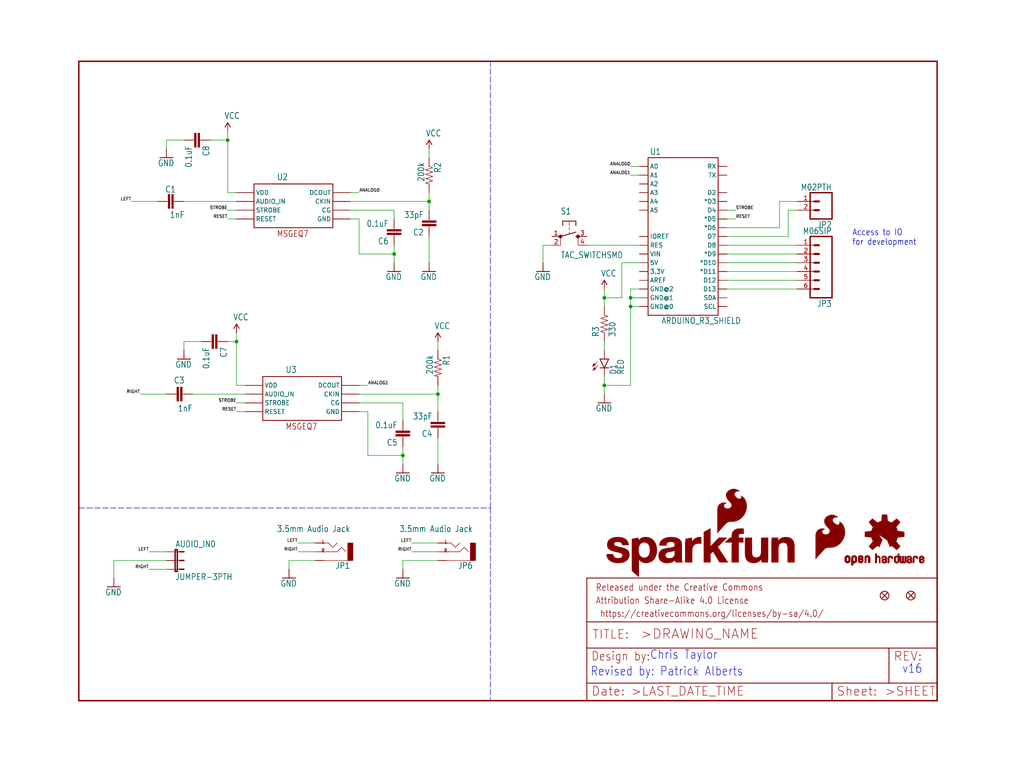
<source format=kicad_sch>
(kicad_sch (version 20211123) (generator eeschema)
  (paper "User" 297.002 223.926)
  (lib_symbols
    (symbol "eagleSchem-eagle-import:0.1UF-25V(+80{slash}-20%)(0603)"
      (property "Reference" "C" (at 1.524 2.921 0))
      (property "Value" "0.1UF-25V(+80{slash}-20%)(0603)" (at 1.524 -2.159 0))
      (symbol "0.1UF-25V(+80{slash}-20%)(0603)_1_0"
        (pin passive line (at 0 5.08 270) (length 2.54) (name "1") (number "1"))
        (pin passive line (at 0 -2.54 90) (length 2.54) (name "2") (number "2"))
      )
    )
    (symbol "eagleSchem-eagle-import:1NF{slash}1000PF-50V-10%(0603)"
      (property "Reference" "C" (at 1.524 2.921 0))
      (property "Value" "1NF{slash}1000PF-50V-10%(0603)" (at 1.524 -2.159 0))
      (symbol "1NF{slash}1000PF-50V-10%(0603)_1_0"
        (pin passive line (at 0 5.08 270) (length 2.54) (name "1") (number "1"))
        (pin passive line (at 0 -2.54 90) (length 2.54) (name "2") (number "2"))
      )
    )
    (symbol "eagleSchem-eagle-import:200KOHM1{slash}10W1%(0603)200K"
      (property "Reference" "R" (at -3.81 1.4986 0))
      (property "Value" "200KOHM1{slash}10W1%(0603)200K" (at -3.81 -3.302 0))
      (symbol "200KOHM1{slash}10W1%(0603)200K_1_0"
        (pin passive line (at -5.08 0 0) (length 2.54) (name "1") (number "1"))
        (pin passive line (at 5.08 0 180) (length 2.54) (name "2") (number "2"))
      )
    )
    (symbol "eagleSchem-eagle-import:220KOHM1{slash}10W1%(0603)"
      (property "Reference" "R" (at -3.81 1.4986 0))
      (property "Value" "220KOHM1{slash}10W1%(0603)" (at -3.81 -3.302 0))
      (symbol "220KOHM1{slash}10W1%(0603)_1_0"
        (pin passive line (at -5.08 0 0) (length 2.54) (name "1") (number "1"))
        (pin passive line (at 5.08 0 180) (length 2.54) (name "2") (number "2"))
      )
    )
    (symbol "eagleSchem-eagle-import:330OHM1{slash}10W1%(0603)"
      (property "Reference" "R" (at -3.81 1.4986 0))
      (property "Value" "330OHM1{slash}10W1%(0603)" (at -3.81 -3.302 0))
      (symbol "330OHM1{slash}10W1%(0603)_1_0"
        (pin passive line (at -5.08 0 0) (length 2.54) (name "1") (number "1"))
        (pin passive line (at 5.08 0 180) (length 2.54) (name "2") (number "2"))
      )
    )
    (symbol "eagleSchem-eagle-import:33PF-50V-5%-(0603)"
      (property "Reference" "C" (at 1.524 2.921 0))
      (property "Value" "33PF-50V-5%-(0603)" (at 1.524 -2.159 0))
      (symbol "33PF-50V-5%-(0603)_1_0"
        (pin passive line (at 0 5.08 270) (length 2.54) (name "1") (number "1"))
        (pin passive line (at 0 -2.54 90) (length 2.54) (name "2") (number "2"))
      )
    )
    (symbol "eagleSchem-eagle-import:ARDUINO_R3_SHIELD"
      (property "Reference" "J" (at -9.652 21.082 0))
      (property "Value" "ARDUINO_R3_SHIELD" (at -6.35 -27.94 0))
      (symbol "ARDUINO_R3_SHIELD_1_0"
        (pin bidirectional line (at -12.7 -12.7 0) (length 2.54) (name "3.3V") (number "3.3V"))
        (pin bidirectional line (at -12.7 -10.16 0) (length 2.54) (name "5V") (number "5V"))
        (pin bidirectional line (at -12.7 17.78 0) (length 2.54) (name "A0") (number "A0"))
        (pin bidirectional line (at -12.7 15.24 0) (length 2.54) (name "A1") (number "A1"))
        (pin bidirectional line (at -12.7 12.7 0) (length 2.54) (name "A2") (number "A2"))
        (pin bidirectional line (at -12.7 10.16 0) (length 2.54) (name "A3") (number "A3"))
        (pin bidirectional line (at -12.7 7.62 0) (length 2.54) (name "A4") (number "A4"))
        (pin bidirectional line (at -12.7 5.08 0) (length 2.54) (name "A5") (number "A5"))
        (pin bidirectional line (at -12.7 -15.24 0) (length 2.54) (name "AREF") (number "AREF"))
        (pin bidirectional line (at 12.7 -10.16 180) (length 2.54) (name "*D10") (number "D10"))
        (pin bidirectional line (at 12.7 -12.7 180) (length 2.54) (name "*D11") (number "D11"))
        (pin bidirectional line (at 12.7 -15.24 180) (length 2.54) (name "D12") (number "D12"))
        (pin bidirectional line (at 12.7 -17.78 180) (length 2.54) (name "D13") (number "D13"))
        (pin bidirectional line (at 12.7 10.16 180) (length 2.54) (name "D2") (number "D2"))
        (pin bidirectional line (at 12.7 7.62 180) (length 2.54) (name "*D3") (number "D3"))
        (pin bidirectional line (at 12.7 5.08 180) (length 2.54) (name "D4") (number "D4"))
        (pin bidirectional line (at 12.7 2.54 180) (length 2.54) (name "*D5") (number "D5"))
        (pin bidirectional line (at 12.7 0 180) (length 2.54) (name "*D6") (number "D6"))
        (pin bidirectional line (at 12.7 -2.54 180) (length 2.54) (name "D7") (number "D7"))
        (pin bidirectional line (at 12.7 -5.08 180) (length 2.54) (name "D8") (number "D8"))
        (pin bidirectional line (at 12.7 -7.62 180) (length 2.54) (name "*D9") (number "D9"))
        (pin bidirectional line (at -12.7 -22.86 0) (length 2.54) (name "GND@0") (number "GND@0"))
        (pin bidirectional line (at -12.7 -20.32 0) (length 2.54) (name "GND@1") (number "GND@1"))
        (pin bidirectional line (at -12.7 -17.78 0) (length 2.54) (name "GND@2") (number "GND@2"))
        (pin bidirectional line (at -12.7 -2.54 0) (length 2.54) (name "IOREF") (number "IOREF"))
        (pin bidirectional line (at -12.7 -5.08 0) (length 2.54) (name "RES") (number "RES"))
        (pin bidirectional line (at 12.7 17.78 180) (length 2.54) (name "RX") (number "RX"))
        (pin bidirectional line (at 12.7 -22.86 180) (length 2.54) (name "SCL") (number "SCL"))
        (pin bidirectional line (at 12.7 -20.32 180) (length 2.54) (name "SDA") (number "SDA"))
        (pin bidirectional line (at 12.7 15.24 180) (length 2.54) (name "TX") (number "TX"))
        (pin bidirectional line (at -12.7 -7.62 0) (length 2.54) (name "VIN") (number "VIN"))
      )
    )
    (symbol "eagleSchem-eagle-import:AUDIO-JACKSMD2"
      (property "Reference" "JP" (at -5.08 3.048 0))
      (property "Value" "AUDIO-JACKSMD2" (at -5.08 -5.08 0))
      (symbol "AUDIO-JACKSMD2_1_0"
        (text "L" (at 2.286 -2.286 0) (effects (font (size 1.016 0.8636) (thickness 0.1727) bold) (justify left bottom)))
        (text "R" (at 2.286 0.254 0) (effects (font (size 1.016 0.8636) (thickness 0.1727) bold) (justify left bottom)))
        (pin bidirectional line (at 5.08 0 180) (length 2.54) (name "RIGHT") (number "RING"))
        (pin bidirectional line (at 5.08 2.54 180) (length 2.54) (name "SLEEVE") (number "SLEEVE"))
        (pin bidirectional line (at 5.08 -2.54 180) (length 2.54) (name "LEFT") (number "TIP"))
      )
    )
    (symbol "eagleSchem-eagle-import:FIDUCIAL1X2")
    (symbol "eagleSchem-eagle-import:FRAME-LETTER"
      (symbol "FRAME-LETTER_2_0"
        (text " https://creativecommons.org/licenses/by-sa/4.0/" (at 2.54 24.13 0) (effects (font (size 1.9304 1.6408)) (justify left bottom)))
        (text ">DRAWING_NAME" (at 15.494 17.78 0) (effects (font (size 2.7432 2.7432)) (justify left bottom)))
        (text ">LAST_DATE_TIME" (at 12.7 1.27 0) (effects (font (size 2.54 2.54)) (justify left bottom)))
        (text ">SHEET" (at 86.36 1.27 0) (effects (font (size 2.54 2.54)) (justify left bottom)))
        (text "Attribution Share-Alike 4.0 License" (at 2.54 27.94 0) (effects (font (size 1.9304 1.6408)) (justify left bottom)))
        (text "Date:" (at 1.27 1.27 0) (effects (font (size 2.54 2.54)) (justify left bottom)))
        (text "Design by:" (at 1.27 11.43 0) (effects (font (size 2.54 2.159)) (justify left bottom)))
        (text "Released under the Creative Commons" (at 2.54 31.75 0) (effects (font (size 1.9304 1.6408)) (justify left bottom)))
        (text "REV:" (at 88.9 11.43 0) (effects (font (size 2.54 2.54)) (justify left bottom)))
        (text "Sheet:" (at 72.39 1.27 0) (effects (font (size 2.54 2.54)) (justify left bottom)))
        (text "TITLE:" (at 1.524 17.78 0) (effects (font (size 2.54 2.54)) (justify left bottom)))
      )
    )
    (symbol "eagleSchem-eagle-import:GND" (power)
      (property "Value" "GND" (at -2.54 -2.54 0))
      (symbol "GND_1_0"
        (pin power_in line (at 0 2.54 270) (length 2.54) (name "GND") (number "1"))
      )
    )
    (symbol "eagleSchem-eagle-import:JUMPER-3PTH"
      (property "Reference" "JP" (at -1.27 0 90))
      (property "Value" "JUMPER-3PTH" (at 8.255 0 90))
      (symbol "JUMPER-3PTH_1_0"
        (pin passive line (at 0 -2.54 90) (length 2.54) (name "1") (number "1"))
        (pin passive line (at 2.54 -2.54 90) (length 2.54) (name "2") (number "2"))
        (pin passive line (at 5.08 -2.54 90) (length 2.54) (name "3") (number "3"))
      )
    )
    (symbol "eagleSchem-eagle-import:LED-RED0603"
      (property "Reference" "D" (at 3.556 -4.572 90))
      (property "Value" "LED-RED0603" (at 5.715 -4.572 90))
      (symbol "LED-RED0603_1_0"
        (pin passive line (at 0 2.54 270) (length 2.54) (name "A") (number "A"))
        (pin passive line (at 0 -5.08 90) (length 2.54) (name "C") (number "C"))
      )
    )
    (symbol "eagleSchem-eagle-import:M02PTH"
      (property "Reference" "JP" (at -2.54 5.842 0))
      (property "Value" "M02PTH" (at -2.54 -5.08 0))
      (symbol "M02PTH_1_0"
        (pin passive line (at 7.62 0 180) (length 5.08) (name "1") (number "1"))
        (pin passive line (at 7.62 2.54 180) (length 5.08) (name "2") (number "2"))
      )
    )
    (symbol "eagleSchem-eagle-import:M06SIP"
      (property "Reference" "JP" (at -5.08 10.922 0))
      (property "Value" "M06SIP" (at -5.08 -10.16 0))
      (symbol "M06SIP_1_0"
        (pin passive line (at 5.08 -5.08 180) (length 5.08) (name "1") (number "1"))
        (pin passive line (at 5.08 -2.54 180) (length 5.08) (name "2") (number "2"))
        (pin passive line (at 5.08 0 180) (length 5.08) (name "3") (number "3"))
        (pin passive line (at 5.08 2.54 180) (length 5.08) (name "4") (number "4"))
        (pin passive line (at 5.08 5.08 180) (length 5.08) (name "5") (number "5"))
        (pin passive line (at 5.08 7.62 180) (length 5.08) (name "6") (number "6"))
      )
    )
    (symbol "eagleSchem-eagle-import:MSGEQ7SOIC"
      (property "Reference" "IC" (at -6.096 8.636 0))
      (symbol "MSGEQ7SOIC_1_0"
        (text "MSGEQ7" (at -6.096 -7.874 0) (effects (font (size 1.778 1.5113)) (justify left bottom)))
        (pin input line (at -17.78 5.08 0) (length 5.08) (name "VDD") (number "1"))
        (pin bidirectional line (at 15.24 -2.54 180) (length 5.08) (name "GND") (number "2"))
        (pin bidirectional line (at 15.24 5.08 180) (length 5.08) (name "DCOUT") (number "3"))
        (pin input line (at -17.78 0 0) (length 5.08) (name "STROBE") (number "4"))
        (pin input line (at -17.78 2.54 0) (length 5.08) (name "AUDIO_IN") (number "5"))
        (pin bidirectional line (at 15.24 0 180) (length 5.08) (name "CG") (number "6"))
        (pin input line (at -17.78 -2.54 0) (length 5.08) (name "RESET") (number "7"))
        (pin bidirectional line (at 15.24 2.54 180) (length 5.08) (name "CKIN") (number "8"))
      )
    )
    (symbol "eagleSchem-eagle-import:OSHW-LOGOM")
    (symbol "eagleSchem-eagle-import:SFE_LOGO_FLAME.2_INCH")
    (symbol "eagleSchem-eagle-import:SFE_LOGO_NAME_FLAME.1_INCH")
    (symbol "eagleSchem-eagle-import:TAC_SWITCHSMD"
      (property "Reference" "S" (at -2.54 6.35 0))
      (property "Value" "TAC_SWITCHSMD" (at -2.54 -6.35 0))
      (symbol "TAC_SWITCHSMD_1_0"
        (pin passive line (at -5.08 0 0) (length 2.54) (name "1") (number "1"))
        (pin passive line (at -5.08 -2.54 0) (length 2.54) (name "2") (number "2"))
        (pin passive line (at 5.08 0 180) (length 2.54) (name "3") (number "3"))
        (pin passive line (at 5.08 -2.54 180) (length 2.54) (name "4") (number "4"))
      )
    )
    (symbol "eagleSchem-eagle-import:VCC" (power)
      (property "Value" "VCC" (at -1.016 3.556 0))
      (symbol "VCC_1_0"
        (pin power_in line (at 0 0 90) (length 2.54) (name "VCC") (number "1"))
      )
    )
  )
  (junction (at 175.26 86.36))
  (junction (at 68.58 99.06))
  (junction (at 66.04 40.64))
  (junction (at 182.88 88.9))
  (junction (at 116.84 132.08))
  (junction (at 124.46 58.42))
  (junction (at 175.26 111.76))
  (junction (at 114.3 73.66))
  (junction (at 182.88 86.36))
  (junction (at 127 114.3))
  (wire (pts (xy 45.72 58.42) (xy 38.1 58.42)))
  (wire (pts (xy 231.14 81.28) (xy 210.82 81.28)))
  (wire (pts (xy 175.26 114.3) (xy 175.26 111.76)))
  (wire (pts (xy 182.88 88.9) (xy 182.88 86.36)))
  (wire (pts (xy 210.82 60.96) (xy 213.36 60.96)))
  (wire (pts (xy 127 111.76) (xy 127 114.3)))
  (wire (pts (xy 71.12 119.38) (xy 68.58 119.38)))
  (wire (pts (xy 68.58 63.5) (xy 66.04 63.5)))
  (wire (pts (xy 71.12 114.3) (xy 55.88 114.3)))
  (wire (pts (xy 48.26 40.64) (xy 53.34 40.64)))
  (wire (pts (xy 226.06 58.42) (xy 231.14 58.42)))
  (wire (pts (xy 53.34 101.6) (xy 53.34 99.06)))
  (wire (pts (xy 127 114.3) (xy 127 119.38)))
  (wire (pts (xy 127 114.3) (xy 104.14 114.3)))
  (wire (pts (xy 48.26 162.56) (xy 33.02 162.56)))
  (wire (pts (xy 116.84 132.08) (xy 116.84 134.62)))
  (wire (pts (xy 182.88 111.76) (xy 175.26 111.76)))
  (wire (pts (xy 114.3 60.96) (xy 114.3 63.5)))
  (wire (pts (xy 68.58 58.42) (xy 53.34 58.42)))
  (wire (pts (xy 231.14 83.82) (xy 210.82 83.82)))
  (wire (pts (xy 228.6 60.96) (xy 228.6 68.58)))
  (wire (pts (xy 124.46 55.88) (xy 124.46 58.42)))
  (wire (pts (xy 48.26 43.18) (xy 48.26 40.64)))
  (wire (pts (xy 116.84 162.56) (xy 116.84 165.1)))
  (wire (pts (xy 71.12 116.84) (xy 68.58 116.84)))
  (polyline (pts (xy 22.86 147.32) (xy 142.24 147.32)))
  (wire (pts (xy 231.14 76.2) (xy 210.82 76.2)))
  (wire (pts (xy 106.68 132.08) (xy 116.84 132.08)))
  (polyline (pts (xy 142.24 147.32) (xy 142.24 203.2)))
  (wire (pts (xy 33.02 162.56) (xy 33.02 167.64)))
  (wire (pts (xy 104.14 119.38) (xy 106.68 119.38)))
  (wire (pts (xy 71.12 111.76) (xy 68.58 111.76)))
  (wire (pts (xy 180.34 86.36) (xy 175.26 86.36)))
  (wire (pts (xy 157.48 71.12) (xy 160.02 71.12)))
  (wire (pts (xy 210.82 66.04) (xy 226.06 66.04)))
  (wire (pts (xy 48.26 114.3) (xy 40.64 114.3)))
  (wire (pts (xy 66.04 40.64) (xy 60.96 40.64)))
  (wire (pts (xy 185.42 83.82) (xy 182.88 83.82)))
  (wire (pts (xy 116.84 121.92) (xy 116.84 116.84)))
  (wire (pts (xy 185.42 48.26) (xy 182.88 48.26)))
  (wire (pts (xy 48.26 165.1) (xy 43.18 165.1)))
  (wire (pts (xy 231.14 60.96) (xy 228.6 60.96)))
  (wire (pts (xy 101.6 55.88) (xy 104.14 55.88)))
  (wire (pts (xy 91.44 157.48) (xy 86.36 157.48)))
  (wire (pts (xy 91.44 160.02) (xy 86.36 160.02)))
  (wire (pts (xy 175.26 86.36) (xy 175.26 83.82)))
  (wire (pts (xy 124.46 58.42) (xy 101.6 58.42)))
  (wire (pts (xy 104.14 111.76) (xy 106.68 111.76)))
  (wire (pts (xy 185.42 76.2) (xy 180.34 76.2)))
  (wire (pts (xy 175.26 101.6) (xy 175.26 99.06)))
  (wire (pts (xy 228.6 68.58) (xy 210.82 68.58)))
  (wire (pts (xy 114.3 71.12) (xy 114.3 73.66)))
  (wire (pts (xy 66.04 40.64) (xy 66.04 38.1)))
  (wire (pts (xy 127 134.62) (xy 127 127)))
  (wire (pts (xy 68.58 60.96) (xy 66.04 60.96)))
  (wire (pts (xy 175.26 111.76) (xy 175.26 109.22)))
  (wire (pts (xy 101.6 63.5) (xy 104.14 63.5)))
  (wire (pts (xy 68.58 111.76) (xy 68.58 99.06)))
  (wire (pts (xy 124.46 58.42) (xy 124.46 60.96)))
  (wire (pts (xy 182.88 86.36) (xy 182.88 83.82)))
  (wire (pts (xy 53.34 99.06) (xy 58.42 99.06)))
  (wire (pts (xy 106.68 119.38) (xy 106.68 132.08)))
  (wire (pts (xy 182.88 88.9) (xy 182.88 111.76)))
  (wire (pts (xy 101.6 60.96) (xy 114.3 60.96)))
  (wire (pts (xy 210.82 63.5) (xy 213.36 63.5)))
  (wire (pts (xy 68.58 99.06) (xy 66.04 99.06)))
  (wire (pts (xy 68.58 99.06) (xy 68.58 96.52)))
  (wire (pts (xy 68.58 55.88) (xy 66.04 55.88)))
  (wire (pts (xy 127 160.02) (xy 119.38 160.02)))
  (wire (pts (xy 185.42 86.36) (xy 182.88 86.36)))
  (wire (pts (xy 127 162.56) (xy 116.84 162.56)))
  (wire (pts (xy 231.14 78.74) (xy 210.82 78.74)))
  (wire (pts (xy 91.44 162.56) (xy 83.82 162.56)))
  (wire (pts (xy 127 101.6) (xy 127 99.06)))
  (wire (pts (xy 48.26 160.02) (xy 43.18 160.02)))
  (wire (pts (xy 124.46 45.72) (xy 124.46 43.18)))
  (wire (pts (xy 185.42 50.8) (xy 182.88 50.8)))
  (wire (pts (xy 116.84 129.54) (xy 116.84 132.08)))
  (polyline (pts (xy 142.24 147.32) (xy 142.24 17.78)))
  (wire (pts (xy 83.82 162.56) (xy 83.82 165.1)))
  (wire (pts (xy 124.46 76.2) (xy 124.46 68.58)))
  (wire (pts (xy 231.14 71.12) (xy 210.82 71.12)))
  (wire (pts (xy 114.3 73.66) (xy 114.3 76.2)))
  (wire (pts (xy 175.26 86.36) (xy 175.26 88.9)))
  (wire (pts (xy 185.42 71.12) (xy 170.18 71.12)))
  (wire (pts (xy 127 157.48) (xy 119.38 157.48)))
  (wire (pts (xy 104.14 73.66) (xy 114.3 73.66)))
  (wire (pts (xy 185.42 88.9) (xy 182.88 88.9)))
  (wire (pts (xy 116.84 116.84) (xy 104.14 116.84)))
  (wire (pts (xy 180.34 76.2) (xy 180.34 86.36)))
  (wire (pts (xy 231.14 73.66) (xy 210.82 73.66)))
  (wire (pts (xy 226.06 66.04) (xy 226.06 58.42)))
  (wire (pts (xy 157.48 76.2) (xy 157.48 71.12)))
  (wire (pts (xy 66.04 55.88) (xy 66.04 40.64)))
  (wire (pts (xy 104.14 63.5) (xy 104.14 73.66)))
  (text "v16" (at 261.62 195.58 180) (effects (font (size 2.54 2.159)) (justify left bottom)))
  (text "Chris Taylor" (at 188.468 191.516 180) (effects (font (size 2.54 2.159)) (justify left bottom)))
  (text "Revised by: Patrick Alberts" (at 171.196 196.342 180) (effects (font (size 2.54 2.159)) (justify left bottom)))
  (text "Access to IO" (at 247.142 68.58 180) (effects (font (size 1.778 1.5113)) (justify left bottom)))
  (text "for development" (at 247.142 71.374 180) (effects (font (size 1.778 1.5113)) (justify left bottom)))
  (label "RIGHT" (at 119.38 160.02 180) (effects (font (size 0.889 0.889))))
  (label "ANALOG0" (at 104.14 55.88 0) (effects (font (size 0.889 0.889))))
  (label "RESET" (at 213.36 63.5 0) (effects (font (size 0.889 0.889))))
  (label "STROBE" (at 66.04 60.96 180) (effects (font (size 0.889 0.889))))
  (label "STROBE" (at 213.36 60.96 0) (effects (font (size 0.889 0.889))))
  (label "LEFT" (at 86.36 157.48 180) (effects (font (size 0.889 0.889))))
  (label "LEFT" (at 119.38 157.48 180) (effects (font (size 0.889 0.889))))
  (label "RESET" (at 68.58 119.38 180) (effects (font (size 0.889 0.889))))
  (label "ANALOG0" (at 182.88 48.26 180) (effects (font (size 0.889 0.889))))
  (label "RESET" (at 66.04 63.5 180) (effects (font (size 0.889 0.889))))
  (label "STROBE" (at 68.58 116.84 180) (effects (font (size 0.889 0.889))))
  (label "ANALOG1" (at 182.88 50.8 180) (effects (font (size 0.889 0.889))))
  (label "LEFT" (at 38.1 58.42 180) (effects (font (size 0.889 0.889))))
  (label "LEFT" (at 43.18 160.02 180) (effects (font (size 0.889 0.889))))
  (label "ANALOG1" (at 106.68 111.76 0) (effects (font (size 0.889 0.889))))
  (label "RIGHT" (at 40.64 114.3 180) (effects (font (size 0.889 0.889))))
  (label "RIGHT" (at 86.36 160.02 180) (effects (font (size 0.889 0.889))))
  (label "RIGHT" (at 43.18 165.1 180) (effects (font (size 0.889 0.889))))
  (symbol (lib_id "eagleSchem-eagle-import:AUDIO-JACKSMD2") (at 96.52 160.02 180) (unit 1)
    (property "Reference" "JP1" (at 101.6 163.068 0) (effects (font (size 1.778 1.5113)) (justify left bottom)))
    (property "Value" "3.5mm Audio Jack" (at 101.6 152.4 0) (effects (font (size 1.778 1.5113)) (justify left bottom)))
    (property "Footprint" "eagleSchem:AUDIO-JACK-3.5MM-SMD" (effects hide))
  )
  (symbol (lib_id "eagleSchem-eagle-import:TAC_SWITCHSMD") (at 165.1 68.58 0) (unit 1)
    (property "Reference" "S1" (at 162.56 62.23 0) (effects (font (size 1.778 1.5113)) (justify left bottom)))
    (property "Value" "TAC_SWITCHSMD" (at 162.56 74.93 0) (effects (font (size 1.778 1.5113)) (justify left bottom)))
    (property "Footprint" "eagleSchem:TACTILE-SWITCH-SMD" (effects hide))
  )
  (symbol (lib_id "eagleSchem-eagle-import:330OHM1{slash}10W1%(0603)") (at 175.26 93.98 90) (unit 1)
    (property "Reference" "R3" (at 173.7614 97.79 0) (effects (font (size 1.778 1.5113)) (justify left bottom)))
    (property "Value" "330" (at 178.562 97.79 0) (effects (font (size 1.778 1.5113)) (justify left bottom)))
    (property "Footprint" "eagleSchem:0603-RES" (effects hide))
  )
  (symbol (lib_id "eagleSchem-eagle-import:ARDUINO_R3_SHIELD") (at 198.12 66.04 0) (unit 1)
    (property "Reference" "U1" (at 188.468 44.958 0) (effects (font (size 1.778 1.5113)) (justify left bottom)))
    (property "Value" "ARDUINO_R3_SHIELD" (at 191.77 93.98 0) (effects (font (size 1.778 1.5113)) (justify left bottom)))
    (property "Footprint" "eagleSchem:UNO_R3_SHIELD" (effects hide))
  )
  (symbol (lib_id "eagleSchem-eagle-import:VCC") (at 68.58 96.52 0) (unit 1)
    (property "Reference" "#P+2" (effects hide))
    (property "Value" "VCC" (at 67.564 92.964 0) (effects (font (size 1.778 1.5113)) (justify left bottom)))
    (property "Footprint" "eagleSchem:" (effects hide))
  )
  (symbol (lib_id "eagleSchem-eagle-import:M02PTH") (at 238.76 58.42 180) (unit 1)
    (property "Reference" "JP2" (at 241.3 64.262 0) (effects (font (size 1.778 1.5113)) (justify left bottom)))
    (property "Value" "M02PTH" (at 241.3 53.34 0) (effects (font (size 1.778 1.5113)) (justify left bottom)))
    (property "Footprint" "eagleSchem:1X02" (effects hide))
  )
  (symbol (lib_id "eagleSchem-eagle-import:GND") (at 83.82 167.64 0) (unit 1)
    (property "Reference" "#GND7" (effects hide))
    (property "Value" "GND" (at 81.28 170.18 0) (effects (font (size 1.778 1.5113)) (justify left bottom)))
    (property "Footprint" "eagleSchem:" (effects hide))
  )
  (symbol (lib_id "eagleSchem-eagle-import:FIDUCIAL1X2") (at 256.54 172.72 0) (unit 1)
    (property "Reference" "JP4" (effects hide))
    (property "Value" "FIDUCIAL1X2" (effects hide))
    (property "Footprint" "eagleSchem:FIDUCIAL-1X2" (effects hide))
  )
  (symbol (lib_id "eagleSchem-eagle-import:SFE_LOGO_NAME_FLAME.1_INCH") (at 175.26 167.64 0) (unit 1)
    (property "Reference" "LOGO3" (effects hide))
    (property "Value" "SFE_LOGO_NAME_FLAME.1_INCH" (effects hide))
    (property "Footprint" "eagleSchem:SFE_LOGO_NAME_FLAME_.1" (effects hide))
  )
  (symbol (lib_id "eagleSchem-eagle-import:MSGEQ7SOIC") (at 86.36 60.96 0) (unit 1)
    (property "Reference" "U2" (at 80.264 52.324 0) (effects (font (size 1.778 1.5113)) (justify left bottom)))
    (property "Value" "MSGEQ7SOIC" (effects hide))
    (property "Footprint" "eagleSchem:SOIC8" (effects hide))
  )
  (symbol (lib_id "eagleSchem-eagle-import:AUDIO-JACKSMD2") (at 132.08 160.02 180) (unit 1)
    (property "Reference" "JP6" (at 137.16 163.068 0) (effects (font (size 1.778 1.5113)) (justify left bottom)))
    (property "Value" "3.5mm Audio Jack" (at 137.16 152.4 0) (effects (font (size 1.778 1.5113)) (justify left bottom)))
    (property "Footprint" "eagleSchem:AUDIO-JACK-3.5MM-SMD" (effects hide))
  )
  (symbol (lib_id "eagleSchem-eagle-import:M06SIP") (at 236.22 76.2 180) (unit 1)
    (property "Reference" "JP3" (at 241.3 87.122 0) (effects (font (size 1.778 1.5113)) (justify left bottom)))
    (property "Value" "M06SIP" (at 241.3 66.04 0) (effects (font (size 1.778 1.5113)) (justify left bottom)))
    (property "Footprint" "eagleSchem:1X06" (effects hide))
  )
  (symbol (lib_id "eagleSchem-eagle-import:0.1UF-25V(+80{slash}-20%)(0603)") (at 114.3 66.04 180) (unit 1)
    (property "Reference" "C6" (at 112.776 68.961 0) (effects (font (size 1.778 1.5113)) (justify left bottom)))
    (property "Value" "0.1uF" (at 112.776 63.881 0) (effects (font (size 1.778 1.5113)) (justify left bottom)))
    (property "Footprint" "eagleSchem:0603-CAP" (effects hide))
  )
  (symbol (lib_id "eagleSchem-eagle-import:FRAME-LETTER") (at 170.18 203.2 0) (unit 2)
    (property "Reference" "FRAME1" (effects hide))
    (property "Value" "FRAME-LETTER" (effects hide))
    (property "Footprint" "eagleSchem:CREATIVE_COMMONS" (effects hide))
  )
  (symbol (lib_id "eagleSchem-eagle-import:GND") (at 116.84 137.16 0) (unit 1)
    (property "Reference" "#GND4" (effects hide))
    (property "Value" "GND" (at 114.3 139.7 0) (effects (font (size 1.778 1.5113)) (justify left bottom)))
    (property "Footprint" "eagleSchem:" (effects hide))
  )
  (symbol (lib_id "eagleSchem-eagle-import:33PF-50V-5%-(0603)") (at 127 121.92 180) (unit 1)
    (property "Reference" "C4" (at 125.476 124.841 0) (effects (font (size 1.778 1.5113)) (justify left bottom)))
    (property "Value" "33pF" (at 125.476 119.761 0) (effects (font (size 1.778 1.5113)) (justify left bottom)))
    (property "Footprint" "eagleSchem:0603-CAP" (effects hide))
  )
  (symbol (lib_id "eagleSchem-eagle-import:GND") (at 48.26 45.72 0) (unit 1)
    (property "Reference" "#GND5" (effects hide))
    (property "Value" "GND" (at 45.72 48.26 0) (effects (font (size 1.778 1.5113)) (justify left bottom)))
    (property "Footprint" "eagleSchem:" (effects hide))
  )
  (symbol (lib_id "eagleSchem-eagle-import:GND") (at 127 137.16 0) (unit 1)
    (property "Reference" "#GND10" (effects hide))
    (property "Value" "GND" (at 124.46 139.7 0) (effects (font (size 1.778 1.5113)) (justify left bottom)))
    (property "Footprint" "eagleSchem:" (effects hide))
  )
  (symbol (lib_id "eagleSchem-eagle-import:GND") (at 175.26 116.84 0) (unit 1)
    (property "Reference" "#GND1" (effects hide))
    (property "Value" "GND" (at 172.72 119.38 0) (effects (font (size 1.778 1.5113)) (justify left bottom)))
    (property "Footprint" "eagleSchem:" (effects hide))
  )
  (symbol (lib_id "eagleSchem-eagle-import:VCC") (at 175.26 83.82 0) (unit 1)
    (property "Reference" "#P+5" (effects hide))
    (property "Value" "VCC" (at 174.244 80.264 0) (effects (font (size 1.778 1.5113)) (justify left bottom)))
    (property "Footprint" "eagleSchem:" (effects hide))
  )
  (symbol (lib_id "eagleSchem-eagle-import:GND") (at 33.02 170.18 0) (unit 1)
    (property "Reference" "#GND8" (effects hide))
    (property "Value" "GND" (at 30.48 172.72 0) (effects (font (size 1.778 1.5113)) (justify left bottom)))
    (property "Footprint" "eagleSchem:" (effects hide))
  )
  (symbol (lib_id "eagleSchem-eagle-import:OSHW-LOGOM") (at 256.54 154.94 0) (unit 1)
    (property "Reference" "LOGO1" (effects hide))
    (property "Value" "OSHW-LOGOM" (effects hide))
    (property "Footprint" "eagleSchem:OSHW-LOGO-M" (effects hide))
  )
  (symbol (lib_id "eagleSchem-eagle-import:SFE_LOGO_FLAME.2_INCH") (at 236.22 162.56 0) (unit 1)
    (property "Reference" "LOGO2" (effects hide))
    (property "Value" "SFE_LOGO_FLAME.2_INCH" (effects hide))
    (property "Footprint" "eagleSchem:SFE_LOGO_FLAME_.2" (effects hide))
  )
  (symbol (lib_id "eagleSchem-eagle-import:FRAME-LETTER") (at 22.86 203.2 0) (unit 1)
    (property "Reference" "FRAME1" (effects hide))
    (property "Value" "FRAME-LETTER" (effects hide))
    (property "Footprint" "eagleSchem:CREATIVE_COMMONS" (effects hide))
  )
  (symbol (lib_id "eagleSchem-eagle-import:0.1UF-25V(+80{slash}-20%)(0603)") (at 55.88 40.64 270) (unit 1)
    (property "Reference" "C8" (at 58.801 42.164 0) (effects (font (size 1.778 1.5113)) (justify left bottom)))
    (property "Value" "0.1uF" (at 53.721 42.164 0) (effects (font (size 1.778 1.5113)) (justify left bottom)))
    (property "Footprint" "eagleSchem:0603-CAP" (effects hide))
  )
  (symbol (lib_id "eagleSchem-eagle-import:1NF{slash}1000PF-50V-10%(0603)") (at 50.8 58.42 90) (unit 1)
    (property "Reference" "C1" (at 51.054 53.975 90) (effects (font (size 1.778 1.5113)) (justify left bottom)))
    (property "Value" "1nF" (at 53.594 61.341 90) (effects (font (size 1.778 1.5113)) (justify left bottom)))
    (property "Footprint" "eagleSchem:0603-CAP" (effects hide))
  )
  (symbol (lib_id "eagleSchem-eagle-import:LED-RED0603") (at 175.26 104.14 0) (unit 1)
    (property "Reference" "D1" (at 178.816 108.712 90) (effects (font (size 1.778 1.5113)) (justify left bottom)))
    (property "Value" "RED" (at 180.975 108.712 90) (effects (font (size 1.778 1.5113)) (justify left bottom)))
    (property "Footprint" "eagleSchem:LED-0603" (effects hide))
  )
  (symbol (lib_id "eagleSchem-eagle-import:FIDUCIAL1X2") (at 264.16 172.72 0) (unit 1)
    (property "Reference" "JP5" (effects hide))
    (property "Value" "FIDUCIAL1X2" (effects hide))
    (property "Footprint" "eagleSchem:FIDUCIAL-1X2" (effects hide))
  )
  (symbol (lib_id "eagleSchem-eagle-import:JUMPER-3PTH") (at 50.8 160.02 270) (unit 1)
    (property "Reference" "AUDIO_IN0" (at 50.8 158.75 90) (effects (font (size 1.778 1.5113)) (justify left bottom)))
    (property "Value" "JUMPER-3PTH" (at 50.8 168.275 90) (effects (font (size 1.778 1.5113)) (justify left bottom)))
    (property "Footprint" "eagleSchem:1X03" (effects hide))
  )
  (symbol (lib_id "eagleSchem-eagle-import:GND") (at 114.3 78.74 0) (unit 1)
    (property "Reference" "#GND3" (effects hide))
    (property "Value" "GND" (at 111.76 81.28 0) (effects (font (size 1.778 1.5113)) (justify left bottom)))
    (property "Footprint" "eagleSchem:" (effects hide))
  )
  (symbol (lib_id "eagleSchem-eagle-import:33PF-50V-5%-(0603)") (at 124.46 63.5 180) (unit 1)
    (property "Reference" "C2" (at 122.936 66.421 0) (effects (font (size 1.778 1.5113)) (justify left bottom)))
    (property "Value" "33pF" (at 122.936 61.341 0) (effects (font (size 1.778 1.5113)) (justify left bottom)))
    (property "Footprint" "eagleSchem:0603-CAP" (effects hide))
  )
  (symbol (lib_id "eagleSchem-eagle-import:0.1UF-25V(+80{slash}-20%)(0603)") (at 60.96 99.06 270) (unit 1)
    (property "Reference" "C7" (at 63.881 100.584 0) (effects (font (size 1.778 1.5113)) (justify left bottom)))
    (property "Value" "0.1uF" (at 58.801 100.584 0) (effects (font (size 1.778 1.5113)) (justify left bottom)))
    (property "Footprint" "eagleSchem:0603-CAP" (effects hide))
  )
  (symbol (lib_id "eagleSchem-eagle-import:VCC") (at 127 99.06 0) (unit 1)
    (property "Reference" "#P+3" (effects hide))
    (property "Value" "VCC" (at 125.984 95.504 0) (effects (font (size 1.778 1.5113)) (justify left bottom)))
    (property "Footprint" "eagleSchem:" (effects hide))
  )
  (symbol (lib_id "eagleSchem-eagle-import:VCC") (at 124.46 43.18 0) (unit 1)
    (property "Reference" "#P+4" (effects hide))
    (property "Value" "VCC" (at 123.444 39.624 0) (effects (font (size 1.778 1.5113)) (justify left bottom)))
    (property "Footprint" "eagleSchem:" (effects hide))
  )
  (symbol (lib_id "eagleSchem-eagle-import:200KOHM1{slash}10W1%(0603)200K") (at 127 106.68 270) (unit 1)
    (property "Reference" "R1" (at 128.4986 102.87 0) (effects (font (size 1.778 1.5113)) (justify left bottom)))
    (property "Value" "200k" (at 123.698 102.87 0) (effects (font (size 1.778 1.5113)) (justify left bottom)))
    (property "Footprint" "eagleSchem:0603-RES" (effects hide))
  )
  (symbol (lib_id "eagleSchem-eagle-import:GND") (at 157.48 78.74 0) (unit 1)
    (property "Reference" "#GND9" (effects hide))
    (property "Value" "GND" (at 154.94 81.28 0) (effects (font (size 1.778 1.5113)) (justify left bottom)))
    (property "Footprint" "eagleSchem:" (effects hide))
  )
  (symbol (lib_id "eagleSchem-eagle-import:GND") (at 53.34 104.14 0) (unit 1)
    (property "Reference" "#GND6" (effects hide))
    (property "Value" "GND" (at 50.8 106.68 0) (effects (font (size 1.778 1.5113)) (justify left bottom)))
    (property "Footprint" "eagleSchem:" (effects hide))
  )
  (symbol (lib_id "eagleSchem-eagle-import:1NF{slash}1000PF-50V-10%(0603)") (at 53.34 114.3 90) (unit 1)
    (property "Reference" "C3" (at 53.594 109.347 90) (effects (font (size 1.778 1.5113)) (justify left bottom)))
    (property "Value" "1nF" (at 55.88 117.475 90) (effects (font (size 1.778 1.5113)) (justify left bottom)))
    (property "Footprint" "eagleSchem:0603-CAP" (effects hide))
  )
  (symbol (lib_id "eagleSchem-eagle-import:MSGEQ7SOIC") (at 88.9 116.84 0) (unit 1)
    (property "Reference" "U3" (at 82.804 108.204 0) (effects (font (size 1.778 1.5113)) (justify left bottom)))
    (property "Value" "MSGEQ7SOIC" (effects hide))
    (property "Footprint" "eagleSchem:SOIC8" (effects hide))
  )
  (symbol (lib_id "eagleSchem-eagle-import:0.1UF-25V(+80{slash}-20%)(0603)") (at 116.84 124.46 180) (unit 1)
    (property "Reference" "C5" (at 115.316 127.381 0) (effects (font (size 1.778 1.5113)) (justify left bottom)))
    (property "Value" "0.1uF" (at 115.316 122.301 0) (effects (font (size 1.778 1.5113)) (justify left bottom)))
    (property "Footprint" "eagleSchem:0603-CAP" (effects hide))
  )
  (symbol (lib_id "eagleSchem-eagle-import:220KOHM1{slash}10W1%(0603)") (at 124.46 50.8 270) (unit 1)
    (property "Reference" "R2" (at 125.9586 46.99 0) (effects (font (size 1.778 1.5113)) (justify left bottom)))
    (property "Value" "200k" (at 121.158 46.99 0) (effects (font (size 1.778 1.5113)) (justify left bottom)))
    (property "Footprint" "eagleSchem:0603-RES" (effects hide))
  )
  (symbol (lib_id "eagleSchem-eagle-import:GND") (at 116.84 167.64 0) (unit 1)
    (property "Reference" "#GND2" (effects hide))
    (property "Value" "GND" (at 114.3 170.18 0) (effects (font (size 1.778 1.5113)) (justify left bottom)))
    (property "Footprint" "eagleSchem:" (effects hide))
  )
  (symbol (lib_id "eagleSchem-eagle-import:GND") (at 124.46 78.74 0) (unit 1)
    (property "Reference" "#GND11" (effects hide))
    (property "Value" "GND" (at 121.92 81.28 0) (effects (font (size 1.778 1.5113)) (justify left bottom)))
    (property "Footprint" "eagleSchem:" (effects hide))
  )
  (symbol (lib_id "eagleSchem-eagle-import:VCC") (at 66.04 38.1 0) (unit 1)
    (property "Reference" "#P+1" (effects hide))
    (property "Value" "VCC" (at 65.024 34.544 0) (effects (font (size 1.778 1.5113)) (justify left bottom)))
    (property "Footprint" "eagleSchem:" (effects hide))
  )
)
</source>
